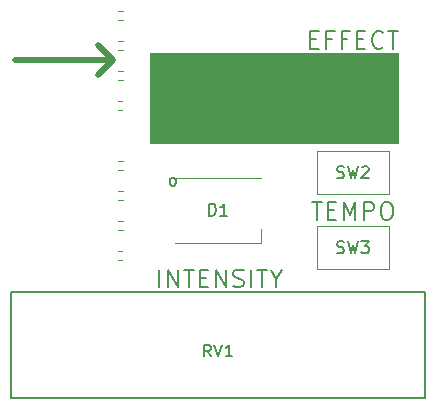
<source format=gbr>
G04 #@! TF.GenerationSoftware,KiCad,Pcbnew,5.1.2-f72e74a~84~ubuntu16.04.1*
G04 #@! TF.CreationDate,2019-07-14T12:51:28-04:00*
G04 #@! TF.ProjectId,radiance_controller,72616469-616e-4636-955f-636f6e74726f,rev?*
G04 #@! TF.SameCoordinates,Original*
G04 #@! TF.FileFunction,Legend,Top*
G04 #@! TF.FilePolarity,Positive*
%FSLAX46Y46*%
G04 Gerber Fmt 4.6, Leading zero omitted, Abs format (unit mm)*
G04 Created by KiCad (PCBNEW 5.1.2-f72e74a~84~ubuntu16.04.1) date 2019-07-14 12:51:28*
%MOMM*%
%LPD*%
G04 APERTURE LIST*
%ADD10C,0.508000*%
%ADD11C,0.203200*%
%ADD12C,0.100000*%
%ADD13C,0.120000*%
%ADD14C,0.150000*%
G04 APERTURE END LIST*
D10*
X59690000Y-56515000D02*
X58420000Y-57785000D01*
X59690000Y-56515000D02*
X58420000Y-55245000D01*
X59690000Y-56515000D02*
X51435000Y-56515000D01*
D11*
X76402857Y-54756857D02*
X76902857Y-54756857D01*
X77117142Y-55542571D02*
X76402857Y-55542571D01*
X76402857Y-54042571D01*
X77117142Y-54042571D01*
X78260000Y-54756857D02*
X77760000Y-54756857D01*
X77760000Y-55542571D02*
X77760000Y-54042571D01*
X78474285Y-54042571D01*
X79545714Y-54756857D02*
X79045714Y-54756857D01*
X79045714Y-55542571D02*
X79045714Y-54042571D01*
X79760000Y-54042571D01*
X80331428Y-54756857D02*
X80831428Y-54756857D01*
X81045714Y-55542571D02*
X80331428Y-55542571D01*
X80331428Y-54042571D01*
X81045714Y-54042571D01*
X82545714Y-55399714D02*
X82474285Y-55471142D01*
X82260000Y-55542571D01*
X82117142Y-55542571D01*
X81902857Y-55471142D01*
X81760000Y-55328285D01*
X81688571Y-55185428D01*
X81617142Y-54899714D01*
X81617142Y-54685428D01*
X81688571Y-54399714D01*
X81760000Y-54256857D01*
X81902857Y-54114000D01*
X82117142Y-54042571D01*
X82260000Y-54042571D01*
X82474285Y-54114000D01*
X82545714Y-54185428D01*
X82974285Y-54042571D02*
X83831428Y-54042571D01*
X83402857Y-55542571D02*
X83402857Y-54042571D01*
D12*
G36*
X83820000Y-63500000D02*
G01*
X62865000Y-63500000D01*
X62865000Y-55880000D01*
X83820000Y-55880000D01*
X83820000Y-63500000D01*
G37*
X83820000Y-63500000D02*
X62865000Y-63500000D01*
X62865000Y-55880000D01*
X83820000Y-55880000D01*
X83820000Y-63500000D01*
D11*
X63599857Y-75735571D02*
X63599857Y-74235571D01*
X64314142Y-75735571D02*
X64314142Y-74235571D01*
X65171285Y-75735571D01*
X65171285Y-74235571D01*
X65671285Y-74235571D02*
X66528428Y-74235571D01*
X66099857Y-75735571D02*
X66099857Y-74235571D01*
X67028428Y-74949857D02*
X67528428Y-74949857D01*
X67742714Y-75735571D02*
X67028428Y-75735571D01*
X67028428Y-74235571D01*
X67742714Y-74235571D01*
X68385571Y-75735571D02*
X68385571Y-74235571D01*
X69242714Y-75735571D01*
X69242714Y-74235571D01*
X69885571Y-75664142D02*
X70099857Y-75735571D01*
X70457000Y-75735571D01*
X70599857Y-75664142D01*
X70671285Y-75592714D01*
X70742714Y-75449857D01*
X70742714Y-75307000D01*
X70671285Y-75164142D01*
X70599857Y-75092714D01*
X70457000Y-75021285D01*
X70171285Y-74949857D01*
X70028428Y-74878428D01*
X69957000Y-74807000D01*
X69885571Y-74664142D01*
X69885571Y-74521285D01*
X69957000Y-74378428D01*
X70028428Y-74307000D01*
X70171285Y-74235571D01*
X70528428Y-74235571D01*
X70742714Y-74307000D01*
X71385571Y-75735571D02*
X71385571Y-74235571D01*
X71885571Y-74235571D02*
X72742714Y-74235571D01*
X72314142Y-75735571D02*
X72314142Y-74235571D01*
X73528428Y-75021285D02*
X73528428Y-75735571D01*
X73028428Y-74235571D02*
X73528428Y-75021285D01*
X74028428Y-74235571D01*
X76510000Y-68520571D02*
X77367142Y-68520571D01*
X76938571Y-70020571D02*
X76938571Y-68520571D01*
X77867142Y-69234857D02*
X78367142Y-69234857D01*
X78581428Y-70020571D02*
X77867142Y-70020571D01*
X77867142Y-68520571D01*
X78581428Y-68520571D01*
X79224285Y-70020571D02*
X79224285Y-68520571D01*
X79724285Y-69592000D01*
X80224285Y-68520571D01*
X80224285Y-70020571D01*
X80938571Y-70020571D02*
X80938571Y-68520571D01*
X81510000Y-68520571D01*
X81652857Y-68592000D01*
X81724285Y-68663428D01*
X81795714Y-68806285D01*
X81795714Y-69020571D01*
X81724285Y-69163428D01*
X81652857Y-69234857D01*
X81510000Y-69306285D01*
X80938571Y-69306285D01*
X82724285Y-68520571D02*
X83010000Y-68520571D01*
X83152857Y-68592000D01*
X83295714Y-68734857D01*
X83367142Y-69020571D01*
X83367142Y-69520571D01*
X83295714Y-69806285D01*
X83152857Y-69949142D01*
X83010000Y-70020571D01*
X82724285Y-70020571D01*
X82581428Y-69949142D01*
X82438571Y-69806285D01*
X82367142Y-69520571D01*
X82367142Y-69020571D01*
X82438571Y-68734857D01*
X82581428Y-68592000D01*
X82724285Y-68520571D01*
D13*
X60552071Y-65025000D02*
X60155000Y-65025000D01*
X60552071Y-65785000D02*
X60155000Y-65785000D01*
X60552071Y-67565000D02*
X60155000Y-67565000D01*
X60552071Y-68325000D02*
X60155000Y-68325000D01*
X60552071Y-70105000D02*
X60155000Y-70105000D01*
X60552071Y-70865000D02*
X60155000Y-70865000D01*
X60485000Y-72645000D02*
X60155000Y-72645000D01*
X60485000Y-73405000D02*
X60155000Y-73405000D01*
X60552071Y-52325000D02*
X60155000Y-52325000D01*
X60552071Y-53085000D02*
X60155000Y-53085000D01*
X60552071Y-54865000D02*
X60155000Y-54865000D01*
X60552071Y-55625000D02*
X60155000Y-55625000D01*
X60552071Y-57405000D02*
X60155000Y-57405000D01*
X60552071Y-58165000D02*
X60155000Y-58165000D01*
X60485000Y-59945000D02*
X60155000Y-59945000D01*
X60485000Y-60705000D02*
X60155000Y-60705000D01*
D14*
X51080000Y-76145000D02*
X86080000Y-76145000D01*
X51080000Y-85145000D02*
X51080000Y-76145000D01*
X86080000Y-85145000D02*
X51080000Y-85145000D01*
X86080000Y-76145000D02*
X86080000Y-85145000D01*
D13*
X76950000Y-74200000D02*
X76950000Y-70580000D01*
X83070000Y-74200000D02*
X76950000Y-74200000D01*
X83070000Y-70580000D02*
X83070000Y-74200000D01*
X76950000Y-70580000D02*
X83070000Y-70580000D01*
X76950000Y-67850000D02*
X76950000Y-64230000D01*
X83070000Y-67850000D02*
X76950000Y-67850000D01*
X83070000Y-64230000D02*
X83070000Y-67850000D01*
X76950000Y-64230000D02*
X83070000Y-64230000D01*
X72230000Y-71965000D02*
X72230000Y-70815000D01*
X64930000Y-71965000D02*
X72230000Y-71965000D01*
X64930000Y-66465000D02*
X72230000Y-66465000D01*
D14*
X67984761Y-81597380D02*
X67651428Y-81121190D01*
X67413333Y-81597380D02*
X67413333Y-80597380D01*
X67794285Y-80597380D01*
X67889523Y-80645000D01*
X67937142Y-80692619D01*
X67984761Y-80787857D01*
X67984761Y-80930714D01*
X67937142Y-81025952D01*
X67889523Y-81073571D01*
X67794285Y-81121190D01*
X67413333Y-81121190D01*
X68270476Y-80597380D02*
X68603809Y-81597380D01*
X68937142Y-80597380D01*
X69794285Y-81597380D02*
X69222857Y-81597380D01*
X69508571Y-81597380D02*
X69508571Y-80597380D01*
X69413333Y-80740238D01*
X69318095Y-80835476D01*
X69222857Y-80883095D01*
X78676666Y-72794761D02*
X78819523Y-72842380D01*
X79057619Y-72842380D01*
X79152857Y-72794761D01*
X79200476Y-72747142D01*
X79248095Y-72651904D01*
X79248095Y-72556666D01*
X79200476Y-72461428D01*
X79152857Y-72413809D01*
X79057619Y-72366190D01*
X78867142Y-72318571D01*
X78771904Y-72270952D01*
X78724285Y-72223333D01*
X78676666Y-72128095D01*
X78676666Y-72032857D01*
X78724285Y-71937619D01*
X78771904Y-71890000D01*
X78867142Y-71842380D01*
X79105238Y-71842380D01*
X79248095Y-71890000D01*
X79581428Y-71842380D02*
X79819523Y-72842380D01*
X80010000Y-72128095D01*
X80200476Y-72842380D01*
X80438571Y-71842380D01*
X80724285Y-71842380D02*
X81343333Y-71842380D01*
X81010000Y-72223333D01*
X81152857Y-72223333D01*
X81248095Y-72270952D01*
X81295714Y-72318571D01*
X81343333Y-72413809D01*
X81343333Y-72651904D01*
X81295714Y-72747142D01*
X81248095Y-72794761D01*
X81152857Y-72842380D01*
X80867142Y-72842380D01*
X80771904Y-72794761D01*
X80724285Y-72747142D01*
X78676666Y-66444761D02*
X78819523Y-66492380D01*
X79057619Y-66492380D01*
X79152857Y-66444761D01*
X79200476Y-66397142D01*
X79248095Y-66301904D01*
X79248095Y-66206666D01*
X79200476Y-66111428D01*
X79152857Y-66063809D01*
X79057619Y-66016190D01*
X78867142Y-65968571D01*
X78771904Y-65920952D01*
X78724285Y-65873333D01*
X78676666Y-65778095D01*
X78676666Y-65682857D01*
X78724285Y-65587619D01*
X78771904Y-65540000D01*
X78867142Y-65492380D01*
X79105238Y-65492380D01*
X79248095Y-65540000D01*
X79581428Y-65492380D02*
X79819523Y-66492380D01*
X80010000Y-65778095D01*
X80200476Y-66492380D01*
X80438571Y-65492380D01*
X80771904Y-65587619D02*
X80819523Y-65540000D01*
X80914761Y-65492380D01*
X81152857Y-65492380D01*
X81248095Y-65540000D01*
X81295714Y-65587619D01*
X81343333Y-65682857D01*
X81343333Y-65778095D01*
X81295714Y-65920952D01*
X80724285Y-66492380D01*
X81343333Y-66492380D01*
X67841904Y-69667380D02*
X67841904Y-68667380D01*
X68080000Y-68667380D01*
X68222857Y-68715000D01*
X68318095Y-68810238D01*
X68365714Y-68905476D01*
X68413333Y-69095952D01*
X68413333Y-69238809D01*
X68365714Y-69429285D01*
X68318095Y-69524523D01*
X68222857Y-69619761D01*
X68080000Y-69667380D01*
X67841904Y-69667380D01*
X69365714Y-69667380D02*
X68794285Y-69667380D01*
X69080000Y-69667380D02*
X69080000Y-68667380D01*
X68984761Y-68810238D01*
X68889523Y-68905476D01*
X68794285Y-68953095D01*
X64698571Y-67127380D02*
X64603333Y-67079761D01*
X64555714Y-67032142D01*
X64508095Y-66936904D01*
X64508095Y-66651190D01*
X64555714Y-66555952D01*
X64603333Y-66508333D01*
X64698571Y-66460714D01*
X64841428Y-66460714D01*
X64936666Y-66508333D01*
X64984285Y-66555952D01*
X65031904Y-66651190D01*
X65031904Y-66936904D01*
X64984285Y-67032142D01*
X64936666Y-67079761D01*
X64841428Y-67127380D01*
X64698571Y-67127380D01*
M02*

</source>
